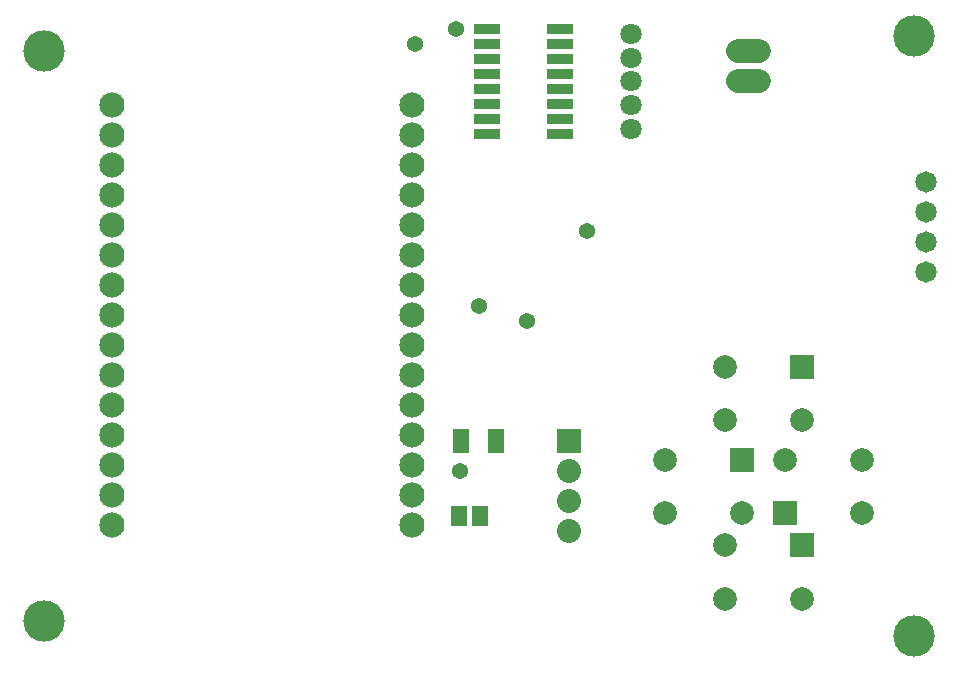
<source format=gts>
G04 EAGLE Gerber RS-274X export*
G75*
%MOMM*%
%FSLAX34Y34*%
%LPD*%
%INSoldermask Top*%
%IPPOS*%
%AMOC8*
5,1,8,0,0,1.08239X$1,22.5*%
G01*
G04 Define Apertures*
%ADD10R,1.367800X1.668500*%
%ADD11C,1.803200*%
%ADD12R,1.367800X2.018500*%
%ADD13C,2.006000*%
%ADD14R,2.006000X2.006000*%
%ADD15C,1.816000*%
%ADD16C,2.032000*%
%ADD17C,2.032000*%
%ADD18R,2.032000X2.032000*%
%ADD19R,2.235200X0.863600*%
%ADD20C,2.133600*%
%ADD21C,3.503200*%
%ADD22C,1.366000*%
D10*
X237792Y126975D03*
X255300Y126975D03*
D11*
X382800Y535300D03*
X382800Y515300D03*
X382800Y495300D03*
X382800Y475300D03*
X382800Y455300D03*
D12*
X268754Y190500D03*
X239246Y190500D03*
D13*
X578600Y174900D03*
X578600Y129900D03*
X513600Y174900D03*
D14*
X513600Y129900D03*
D13*
X412000Y129900D03*
X412000Y174900D03*
X477000Y129900D03*
D14*
X477000Y174900D03*
D15*
X632700Y409900D03*
X632700Y384500D03*
X632700Y359100D03*
X632700Y333700D03*
D16*
X491744Y520700D02*
X473456Y520700D01*
X473456Y495300D02*
X491744Y495300D01*
D17*
X330200Y165100D03*
D18*
X330200Y190500D03*
D17*
X330200Y139700D03*
X330200Y114300D03*
D19*
X261366Y539750D03*
X322834Y539750D03*
X261366Y527050D03*
X261366Y514350D03*
X322834Y527050D03*
X322834Y514350D03*
X261366Y501650D03*
X322834Y501650D03*
X261366Y488950D03*
X322834Y488950D03*
X261366Y476250D03*
X261366Y463550D03*
X322834Y476250D03*
X322834Y463550D03*
X261366Y450850D03*
X322834Y450850D03*
D20*
X-56388Y475488D03*
X-56388Y450088D03*
X-56388Y424688D03*
X-56388Y399288D03*
X-56388Y373888D03*
X-56388Y348488D03*
X-56388Y323088D03*
X-56388Y297688D03*
X-56388Y272288D03*
X-56388Y246888D03*
X-56388Y221488D03*
X-56388Y196088D03*
X-56388Y170688D03*
X-56388Y145288D03*
X-56388Y119888D03*
X197612Y475488D03*
X197612Y450088D03*
X197612Y424688D03*
X197612Y399288D03*
X197612Y373888D03*
X197612Y348488D03*
X197612Y323088D03*
X197612Y297688D03*
X197612Y272288D03*
X197612Y246888D03*
X197612Y221488D03*
X197612Y196088D03*
X197612Y170688D03*
X197612Y145288D03*
X197612Y119888D03*
D21*
X-114300Y38100D03*
X-114300Y520700D03*
X622300Y25400D03*
X622300Y533400D03*
D13*
X462800Y57274D03*
X462800Y102274D03*
X527800Y57274D03*
D14*
X527800Y102274D03*
D13*
X462800Y208676D03*
X462800Y253676D03*
X527800Y208676D03*
D14*
X527800Y253676D03*
D22*
X254000Y304800D03*
X234950Y539750D03*
X200025Y527050D03*
X238125Y165100D03*
X295275Y292100D03*
X346075Y368300D03*
M02*

</source>
